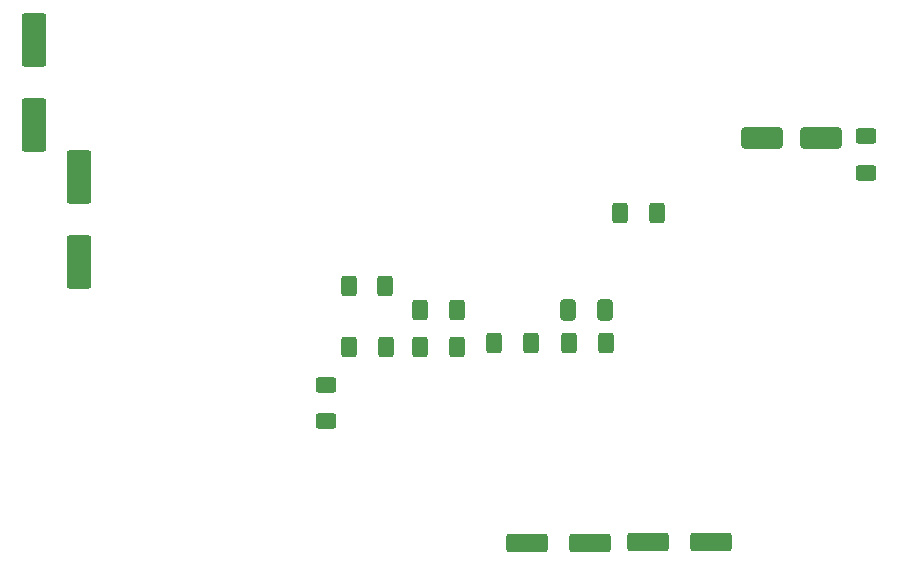
<source format=gbr>
%TF.GenerationSoftware,KiCad,Pcbnew,9.0.5*%
%TF.CreationDate,2025-12-25T12:13:09+01:00*%
%TF.ProjectId,Amplifier Compound,416d706c-6966-4696-9572-20436f6d706f,rev?*%
%TF.SameCoordinates,Original*%
%TF.FileFunction,Paste,Top*%
%TF.FilePolarity,Positive*%
%FSLAX46Y46*%
G04 Gerber Fmt 4.6, Leading zero omitted, Abs format (unit mm)*
G04 Created by KiCad (PCBNEW 9.0.5) date 2025-12-25 12:13:09*
%MOMM*%
%LPD*%
G01*
G04 APERTURE LIST*
G04 Aperture macros list*
%AMRoundRect*
0 Rectangle with rounded corners*
0 $1 Rounding radius*
0 $2 $3 $4 $5 $6 $7 $8 $9 X,Y pos of 4 corners*
0 Add a 4 corners polygon primitive as box body*
4,1,4,$2,$3,$4,$5,$6,$7,$8,$9,$2,$3,0*
0 Add four circle primitives for the rounded corners*
1,1,$1+$1,$2,$3*
1,1,$1+$1,$4,$5*
1,1,$1+$1,$6,$7*
1,1,$1+$1,$8,$9*
0 Add four rect primitives between the rounded corners*
20,1,$1+$1,$2,$3,$4,$5,0*
20,1,$1+$1,$4,$5,$6,$7,0*
20,1,$1+$1,$6,$7,$8,$9,0*
20,1,$1+$1,$8,$9,$2,$3,0*%
G04 Aperture macros list end*
%ADD10RoundRect,0.250000X-1.500000X-0.550000X1.500000X-0.550000X1.500000X0.550000X-1.500000X0.550000X0*%
%ADD11RoundRect,0.250000X-0.400000X-0.625000X0.400000X-0.625000X0.400000X0.625000X-0.400000X0.625000X0*%
%ADD12RoundRect,0.250000X0.400000X0.625000X-0.400000X0.625000X-0.400000X-0.625000X0.400000X-0.625000X0*%
%ADD13RoundRect,0.250000X-1.500000X-0.650000X1.500000X-0.650000X1.500000X0.650000X-1.500000X0.650000X0*%
%ADD14RoundRect,0.250000X0.625000X-0.400000X0.625000X0.400000X-0.625000X0.400000X-0.625000X-0.400000X0*%
%ADD15RoundRect,0.250001X0.799999X-1.999999X0.799999X1.999999X-0.799999X1.999999X-0.799999X-1.999999X0*%
%ADD16RoundRect,0.250000X0.412500X0.650000X-0.412500X0.650000X-0.412500X-0.650000X0.412500X-0.650000X0*%
G04 APERTURE END LIST*
D10*
%TO.C,C5*%
X177310000Y-116970000D03*
X182710000Y-116970000D03*
%TD*%
D11*
%TO.C,R8*%
X168330000Y-97250000D03*
X171430000Y-97250000D03*
%TD*%
%TO.C,R5*%
X162270000Y-100380000D03*
X165370000Y-100380000D03*
%TD*%
D12*
%TO.C,R21*%
X188320000Y-89020000D03*
X185220000Y-89020000D03*
%TD*%
D13*
%TO.C,D16*%
X197240000Y-82660000D03*
X202240000Y-82660000D03*
%TD*%
D11*
%TO.C,R18*%
X174560000Y-100000000D03*
X177660000Y-100000000D03*
%TD*%
%TO.C,R16*%
X180910000Y-100010000D03*
X184010000Y-100010000D03*
%TD*%
%TO.C,R4*%
X168310000Y-100380000D03*
X171410000Y-100380000D03*
%TD*%
%TO.C,R6*%
X162260000Y-95190000D03*
X165360000Y-95190000D03*
%TD*%
D14*
%TO.C,R23*%
X160340000Y-106670000D03*
X160340000Y-103570000D03*
%TD*%
%TO.C,R15*%
X206080000Y-85620000D03*
X206080000Y-82520000D03*
%TD*%
D15*
%TO.C,C20*%
X135590000Y-81560000D03*
X135590000Y-74360000D03*
%TD*%
D10*
%TO.C,C2*%
X187560000Y-116900000D03*
X192960000Y-116900000D03*
%TD*%
D16*
%TO.C,C6*%
X183952500Y-97220000D03*
X180827500Y-97220000D03*
%TD*%
D15*
%TO.C,C19*%
X139430000Y-93180000D03*
X139430000Y-85980000D03*
%TD*%
M02*

</source>
